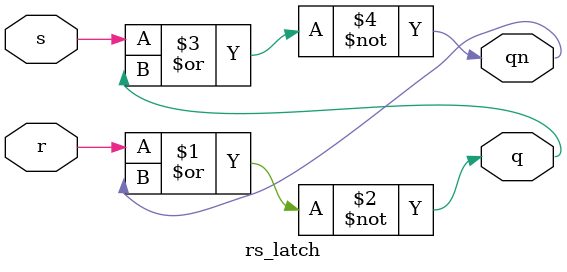
<source format=sv>
`timescale 1ns / 100ps

module rs_latch(
  input logic s,
  input logic r,
  output logic q,
  output logic qn
);

  assign q = ~(r | qn);
  assign qn = ~(s | q);
  
endmodule

</source>
